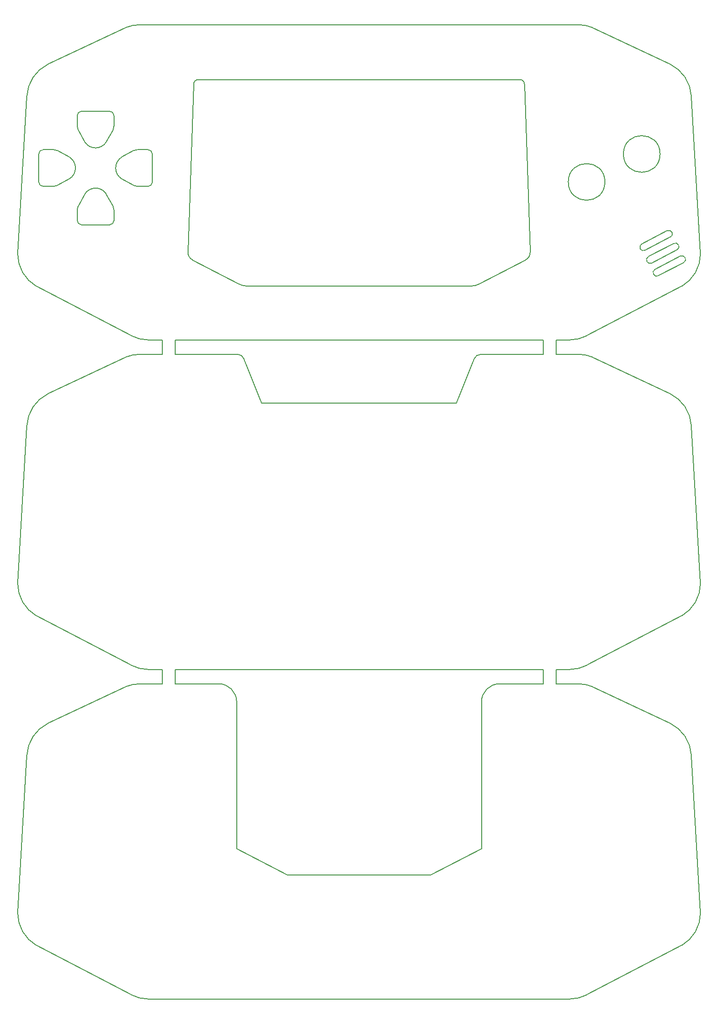
<source format=gbr>
G04 #@! TF.GenerationSoftware,KiCad,Pcbnew,(5.1.9-0-10_14)*
G04 #@! TF.CreationDate,2021-07-17T22:46:38-07:00*
G04 #@! TF.ProjectId,system_advance,73797374-656d-45f6-9164-76616e63652e,1.0-dev0*
G04 #@! TF.SameCoordinates,Original*
G04 #@! TF.FileFunction,Profile,NP*
%FSLAX46Y46*%
G04 Gerber Fmt 4.6, Leading zero omitted, Abs format (unit mm)*
G04 Created by KiCad (PCBNEW (5.1.9-0-10_14)) date 2021-07-17 22:46:38*
%MOMM*%
%LPD*%
G01*
G04 APERTURE LIST*
G04 #@! TA.AperFunction,Profile*
%ADD10C,0.200000*%
G04 #@! TD*
G04 APERTURE END LIST*
D10*
X47399313Y-210772100D02*
X47399313Y-210772100D01*
X50707275Y-216549423D02*
G75*
G02*
X47399313Y-210772100I3391038J5777323D01*
G01*
X49022000Y-182880000D02*
X47399313Y-210772100D01*
X95252000Y-204089000D02*
X86235000Y-199390000D01*
X129667000Y-199390000D02*
X120650000Y-204089000D01*
X86235000Y-173355000D02*
X86235000Y-199390000D01*
X129667000Y-173355000D02*
X129667000Y-199390000D01*
X129667000Y-173355000D02*
G75*
G02*
X132842000Y-170180000I3175000J0D01*
G01*
X83060000Y-170180000D02*
G75*
G02*
X86235000Y-173355000I0J-3175000D01*
G01*
X145284313Y-226060000D02*
X70612000Y-226060000D01*
X165189038Y-216549423D02*
X148437600Y-225271447D01*
X165189038Y-216549423D02*
G75*
G03*
X168497000Y-210772100I-3391038J5777323D01*
G01*
X166878000Y-182880000D02*
X168497000Y-210772100D01*
X148437600Y-225271447D02*
G75*
G02*
X145284313Y-226060000I-3153287J5910447D01*
G01*
X66543126Y-170682209D02*
G75*
G02*
X69088000Y-170180000I2544874J-6196791D01*
G01*
X149356874Y-170682209D02*
G75*
G03*
X146812000Y-170180000I-2544874J-6196791D01*
G01*
X163073776Y-177152928D02*
G75*
G02*
X166878000Y-182880000I-2894776J-6049882D01*
G01*
X52826224Y-177152928D02*
X66543126Y-170682209D01*
X52826224Y-177152928D02*
G75*
G03*
X49022000Y-182880000I2894776J-6049882D01*
G01*
X132842000Y-170180000D02*
X140589000Y-170180000D01*
X83060000Y-170180000D02*
X75311000Y-170180000D01*
X50707275Y-216549423D02*
X67458713Y-225271447D01*
X163073776Y-177152928D02*
X149356874Y-170682209D01*
X67458713Y-225271447D02*
G75*
G03*
X70612000Y-226060000I3153287J5910447D01*
G01*
X146812000Y-170180000D02*
X142875000Y-170180000D01*
X73025000Y-170180000D02*
X69088000Y-170180000D01*
X145284313Y-167640000D02*
X142875000Y-167640000D01*
X73025000Y-167640000D02*
X70612000Y-167640000D01*
X75311000Y-167640000D02*
X75311000Y-170180000D01*
X73025000Y-167640000D02*
X73025000Y-170180000D01*
X140589000Y-167640000D02*
X140589000Y-170180000D01*
X142875000Y-167640000D02*
X142875000Y-170180000D01*
X145284313Y-109220000D02*
X142875000Y-109220000D01*
X146812000Y-111760000D02*
X142875000Y-111760000D01*
X142875000Y-109220000D02*
X142875000Y-111760000D01*
X140589000Y-109220000D02*
X140589000Y-111760000D01*
X73025000Y-111760000D02*
X69088000Y-111760000D01*
X73025000Y-109220000D02*
X70612000Y-109220000D01*
X140589000Y-109220000D02*
X75311000Y-109220000D01*
X165189038Y-99709423D02*
X148437600Y-108431447D01*
X165189038Y-99709423D02*
G75*
G03*
X168497000Y-93932100I-3391038J5777323D01*
G01*
X166878000Y-66040000D02*
X168497000Y-93932100D01*
X148437600Y-108431447D02*
G75*
G02*
X145284313Y-109220000I-3153287J5910447D01*
G01*
X149356874Y-53842209D02*
G75*
G03*
X146812000Y-53340000I-2544874J-6196791D01*
G01*
X163073776Y-60312928D02*
G75*
G02*
X166878000Y-66040000I-2894776J-6049882D01*
G01*
X163073776Y-60312928D02*
X149356874Y-53842209D01*
X67458713Y-108431447D02*
G75*
G03*
X70612000Y-109220000I3153287J5910447D01*
G01*
X146812000Y-53340000D02*
X69088000Y-53340000D01*
X66543126Y-53842209D02*
G75*
G02*
X69088000Y-53340000I2544874J-6196791D01*
G01*
X52826224Y-60312928D02*
X66543126Y-53842209D01*
X52826224Y-60312928D02*
G75*
G03*
X49022000Y-66040000I2894776J-6049882D01*
G01*
X49022000Y-66040000D02*
X47399313Y-93932100D01*
X50707275Y-99709423D02*
G75*
G02*
X47399313Y-93932100I3391038J5777323D01*
G01*
X50707275Y-99709423D02*
X67458713Y-108431447D01*
X50707275Y-158129423D02*
X67458713Y-166851447D01*
X50707275Y-158129423D02*
G75*
G02*
X47399313Y-152352100I3391038J5777323D01*
G01*
X49022000Y-124460000D02*
X47399313Y-152352100D01*
X52826224Y-118732928D02*
G75*
G03*
X49022000Y-124460000I2894776J-6049882D01*
G01*
X52826224Y-118732928D02*
X66543126Y-112262209D01*
X66543126Y-112262209D02*
G75*
G02*
X69088000Y-111760000I2544874J-6196791D01*
G01*
X86360000Y-111760000D02*
X75311000Y-111760000D01*
X129540000Y-111760000D02*
X140589000Y-111760000D01*
X67458713Y-166851447D02*
G75*
G03*
X70612000Y-167640000I3153287J5910447D01*
G01*
X163073776Y-118732928D02*
X149356874Y-112262209D01*
X163073776Y-118732928D02*
G75*
G02*
X166878000Y-124460000I-2894776J-6049882D01*
G01*
X149356874Y-112262209D02*
G75*
G03*
X146812000Y-111760000I-2544874J-6196791D01*
G01*
X125222000Y-120395999D02*
X128346590Y-112595634D01*
X128346590Y-112595634D02*
G75*
G02*
X129540000Y-111760000I1193410J-434366D01*
G01*
X87553410Y-112595635D02*
G75*
G03*
X86360000Y-111760000I-1193410J-434365D01*
G01*
X90678000Y-120396000D02*
X87553410Y-112595635D01*
X90678000Y-120396000D02*
X125222000Y-120395999D01*
X95252000Y-204089000D02*
X120650000Y-204089000D01*
X75311000Y-109220000D02*
X75311000Y-111760000D01*
X73025000Y-109220000D02*
X73025000Y-111760000D01*
X148437600Y-166851447D02*
G75*
G02*
X145284313Y-167640000I-3153287J5910447D01*
G01*
X166878000Y-124460000D02*
X168497000Y-152352100D01*
X165189038Y-158129423D02*
G75*
G03*
X168497000Y-152352100I-3391038J5777323D01*
G01*
X165189038Y-158129423D02*
X148437600Y-166851447D01*
X140589000Y-167640000D02*
X75311000Y-167640000D01*
X129358108Y-99265070D02*
X137395674Y-95080000D01*
X79450000Y-63055500D02*
X136450000Y-63055500D01*
X137287000Y-63893501D02*
X138303000Y-93680000D01*
X86541892Y-99265070D02*
X78504326Y-95080000D01*
X78613000Y-63893501D02*
X77597000Y-93680000D01*
X88247000Y-99680000D02*
X127653000Y-99680000D01*
X77597000Y-93680000D02*
G75*
G03*
X78504326Y-95080000I1533760J0D01*
G01*
X79450000Y-63055500D02*
G75*
G03*
X78613000Y-63893501I0J-837001D01*
G01*
X86541892Y-99265070D02*
G75*
G03*
X88247000Y-99680000I1605108J2885070D01*
G01*
X129358108Y-99265070D02*
G75*
G02*
X127653000Y-99680000I-1605108J2885070D01*
G01*
X138303000Y-93680000D02*
G75*
G02*
X137395674Y-95080000I-1533760J0D01*
G01*
X136450000Y-63055500D02*
G75*
G02*
X137287000Y-63893501I0J-837001D01*
G01*
X67976118Y-75646396D02*
X65797271Y-76855133D01*
X70526000Y-75490000D02*
X68646046Y-75491318D01*
X67975480Y-81836260D02*
X65797271Y-80624867D01*
X70526000Y-81990000D02*
X68646046Y-81991318D01*
X71276000Y-81240000D02*
X71276000Y-76240000D01*
X67976118Y-75646397D02*
G75*
G02*
X68646046Y-75491318I605375J-1090618D01*
G01*
X68646912Y-81991273D02*
G75*
G02*
X67975480Y-81836260I-65419J1248288D01*
G01*
X71276000Y-76240000D02*
G75*
G03*
X70526000Y-75490000I-750000J0D01*
G01*
X70526000Y-81990000D02*
G75*
G03*
X71276000Y-81240000I0J750000D01*
G01*
X65797271Y-76855133D02*
G75*
G03*
X64776000Y-78740000I1228729J-1884867D01*
G01*
X65797271Y-80624867D02*
G75*
G02*
X64776000Y-78740000I1228729J1884867D01*
G01*
X164344218Y-93243410D02*
X159838203Y-95589093D01*
X163757797Y-92116907D02*
X159251782Y-94462590D01*
X165517059Y-95496418D02*
X161011044Y-97842101D01*
X164930639Y-94369914D02*
X160424624Y-96715597D01*
X163171376Y-90990403D02*
X158665361Y-93336086D01*
X162584956Y-89863899D02*
X158078941Y-92209582D01*
X162584956Y-89863899D02*
G75*
G02*
X163171376Y-90990403I293210J-563252D01*
G01*
X158665361Y-93336086D02*
G75*
G02*
X158078941Y-92209582I-293210J563252D01*
G01*
X164930639Y-94369914D02*
G75*
G02*
X165517059Y-95496418I293210J-563252D01*
G01*
X161011044Y-97842101D02*
G75*
G02*
X160424624Y-96715597I-293210J563252D01*
G01*
X159838202Y-95589092D02*
G75*
G02*
X159251782Y-94462590I-293210J563251D01*
G01*
X163757798Y-92116908D02*
G75*
G02*
X164344218Y-93243410I293210J-563251D01*
G01*
X151550000Y-81205000D02*
G75*
G03*
X151550000Y-81205000I-3250000J0D01*
G01*
X161329000Y-76252000D02*
G75*
G03*
X161329000Y-76252000I-3250000J0D01*
G01*
X51152000Y-76240000D02*
X51152000Y-81240000D01*
X51902000Y-75490000D02*
X53781954Y-75488682D01*
X54452520Y-75643740D02*
X56630729Y-76855133D01*
X51902000Y-81990000D02*
X53781954Y-81988682D01*
X54451882Y-81833604D02*
X56630729Y-80624867D01*
X54451882Y-81833603D02*
G75*
G02*
X53781954Y-81988682I-605375J1090618D01*
G01*
X53781088Y-75488727D02*
G75*
G02*
X54452520Y-75643740I65419J-1248288D01*
G01*
X51152000Y-81240000D02*
G75*
G03*
X51902000Y-81990000I750000J0D01*
G01*
X51902000Y-75490000D02*
G75*
G03*
X51152000Y-76240000I0J-750000D01*
G01*
X56630729Y-80624867D02*
G75*
G03*
X57652000Y-78740000I-1228729J1884867D01*
G01*
X56630729Y-76855133D02*
G75*
G02*
X57652000Y-78740000I-1228729J-1884867D01*
G01*
X58714000Y-88802000D02*
X63714000Y-88802000D01*
X57964000Y-88052000D02*
X57962682Y-86172046D01*
X58117740Y-85501480D02*
X59329133Y-83323271D01*
X64464000Y-88052000D02*
X64462682Y-86172046D01*
X64307604Y-85502118D02*
X63098867Y-83323271D01*
X64307603Y-85502118D02*
G75*
G02*
X64462682Y-86172046I-1090618J-605375D01*
G01*
X57962727Y-86172912D02*
G75*
G02*
X58117740Y-85501480I1248288J65419D01*
G01*
X63714000Y-88802000D02*
G75*
G03*
X64464000Y-88052000I0J750000D01*
G01*
X57964000Y-88052000D02*
G75*
G03*
X58714000Y-88802000I750000J0D01*
G01*
X63098867Y-83323271D02*
G75*
G03*
X61214000Y-82302000I-1884867J-1228729D01*
G01*
X59329133Y-83323271D02*
G75*
G02*
X61214000Y-82302000I1884867J-1228729D01*
G01*
X63714000Y-68678000D02*
X58714000Y-68678000D01*
X64464000Y-69428000D02*
X64465318Y-71307954D01*
X64310260Y-71978520D02*
X63098867Y-74156729D01*
X57964000Y-69428000D02*
X57965318Y-71307954D01*
X58120396Y-71977882D02*
X59329133Y-74156729D01*
X58120397Y-71977882D02*
G75*
G02*
X57965318Y-71307954I1090618J605375D01*
G01*
X64465273Y-71307088D02*
G75*
G02*
X64310260Y-71978520I-1248288J-65419D01*
G01*
X58714000Y-68678000D02*
G75*
G03*
X57964000Y-69428000I0J-750000D01*
G01*
X64464000Y-69428000D02*
G75*
G03*
X63714000Y-68678000I-750000J0D01*
G01*
X59329133Y-74156729D02*
G75*
G03*
X61214000Y-75178000I1884867J1228729D01*
G01*
X63098867Y-74156729D02*
G75*
G02*
X61214000Y-75178000I-1884867J1228729D01*
G01*
M02*

</source>
